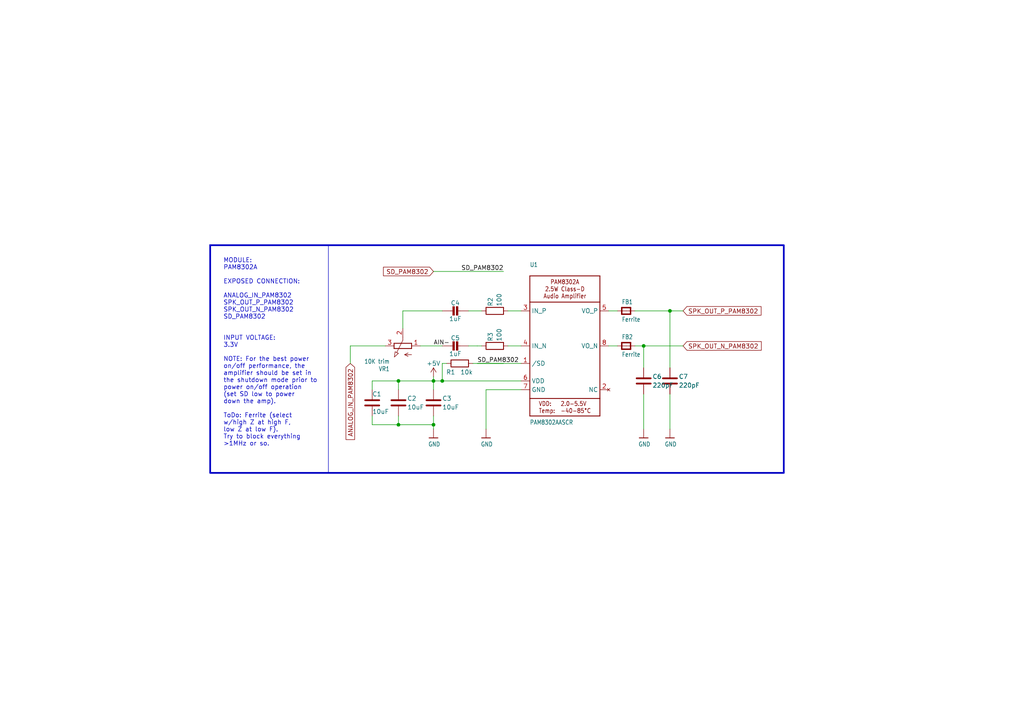
<source format=kicad_sch>
(kicad_sch (version 20230121) (generator eeschema)
  (paper "A4")
  (lib_symbols
    (symbol "Adafruit PAM8302-eagle-import:AUDIOAMP_PAM8302A"
      (property "Reference" "U" (at -10.16 22.86 0))
      (symbol "AUDIOAMP_PAM8302A_1_0"
        (polyline (pts (xy -10.16 -20.32) (xy 10.16 -20.32)) (stroke (width 0.254)))
        (polyline (pts (xy -10.16 -15.24) (xy -10.16 -20.32)) (stroke (width 0.254)))
        (polyline (pts (xy -10.16 -15.24) (xy -10.16 12.7)) (stroke (width 0.254)))
        (polyline (pts (xy -10.16 12.7) (xy -10.16 20.32)) (stroke (width 0.254)))
        (polyline (pts (xy -10.16 12.7) (xy 10.16 12.7)) (stroke (width 0.254)))
        (polyline (pts (xy -10.16 20.32) (xy 10.16 20.32)) (stroke (width 0.254)))
        (polyline (pts (xy 10.16 -20.32) (xy 10.16 -15.24)) (stroke (width 0.254)))
        (polyline (pts (xy 10.16 -15.24) (xy -10.16 -15.24)) (stroke (width 0.254)))
        (polyline (pts (xy 10.16 12.7) (xy 10.16 -15.24)) (stroke (width 0.254)))
        (polyline (pts (xy 10.16 20.32) (xy 10.16 12.7)) (stroke (width 0.254)))
        (text "2.0-5.5V\n-40-85°C" (at -1.27 -17.78 0) (effects (font (size 1.27 1.0795)) (justify left)))
        (text "PAM8302A\n2.5W Class-D\nAudio Amplifier" (at 0 16.51 0) (effects (font (size 1.27 1.0795))))
        (text "VDD:\nTemp:" (at -7.62 -17.78 0) (effects (font (size 1.27 1.0795)) (justify left)))
        (pin input line (at -12.7 -5.08 0) (length 2.54) (name "/SD") (number "1"))
        (pin no_connect line (at 12.7 -12.7 180) (length 2.54) (name "NC") (number "2"))
        (pin input line (at -12.7 10.16 0) (length 2.54) (name "IN_P") (number "3"))
        (pin input line (at -12.7 0 0) (length 2.54) (name "IN_N") (number "4"))
        (pin output line (at 12.7 10.16 180) (length 2.54) (name "VO_P") (number "5"))
        (pin power_in line (at -12.7 -10.16 0) (length 2.54) (name "VDD") (number "6"))
        (pin power_in line (at -12.7 -12.7 0) (length 2.54) (name "GND") (number "7"))
        (pin output line (at 12.7 0 180) (length 2.54) (name "VO_N") (number "8"))
      )
    )
    (symbol "Adafruit PAM8302-eagle-import:CAP_CERAMIC0805-NOOUTLINE"
      (property "Reference" "C" (at -2.29 1.25 90))
      (symbol "CAP_CERAMIC0805-NOOUTLINE_1_0"
        (rectangle (start -1.27 0.508) (end 1.27 1.016) (fill (type outline)))
        (rectangle (start -1.27 1.524) (end 1.27 2.032) (fill (type outline)))
        (polyline (pts (xy 0 0.762) (xy 0 0)) (stroke (width 0.1524)))
        (polyline (pts (xy 0 2.54) (xy 0 1.778)) (stroke (width 0.1524)))
        (pin passive line (at 0 5.08 270) (length 2.54) (name "1") (number "1"))
        (pin passive line (at 0 -2.54 90) (length 2.54) (name "2") (number "2"))
      )
    )
    (symbol "Adafruit PAM8302-eagle-import:FERRITE_0805"
      (property "Reference" "FB" (at -1.27 1.905 0))
      (symbol "FERRITE_0805_1_0"
        (polyline (pts (xy -1.27 -0.9525) (xy -1.27 0.9525)) (stroke (width 0.4064)))
        (polyline (pts (xy -1.27 0.9525) (xy 1.27 0.9525)) (stroke (width 0.4064)))
        (polyline (pts (xy 1.27 -0.9525) (xy -1.27 -0.9525)) (stroke (width 0.4064)))
        (polyline (pts (xy 1.27 0.9525) (xy 1.27 -0.9525)) (stroke (width 0.4064)))
        (pin passive line (at -2.54 0 0) (length 2.54) (name "P$1") (number "1"))
        (pin passive line (at 2.54 0 180) (length 2.54) (name "P$2") (number "2"))
      )
    )
    (symbol "Adafruit PAM8302-eagle-import:GND" (power)
      (property "Value" "GND" (at -1.524 -2.54 0))
      (symbol "GND_1_0"
        (polyline (pts (xy -1.27 0) (xy 1.27 0)) (stroke (width 0.254)))
        (pin power_in line (at 0 2.54 270) (length 2.54) (name "GND") (number "1"))
      )
    )
    (symbol "Adafruit PAM8302-eagle-import:TRIMPOT3303W/X"
      (property "Reference" "VR" (at -5.969 -3.81 90))
      (symbol "TRIMPOT3303W/X_1_0"
        (polyline (pts (xy -3.1989 2.4495) (xy -1.7018 2.2352)) (stroke (width 0.1524)))
        (polyline (pts (xy -2.54 -2.54) (xy -2.54 -0.508)) (stroke (width 0.1524)))
        (polyline (pts (xy -2.54 -0.508) (xy -3.048 -1.524)) (stroke (width 0.1524)))
        (polyline (pts (xy -2.54 -0.508) (xy -2.032 -1.524)) (stroke (width 0.1524)))
        (polyline (pts (xy -2.1597 1.2939) (xy -3.1989 2.4495)) (stroke (width 0.1524)))
        (polyline (pts (xy -2.1597 1.2939) (xy -1.7018 2.2352)) (stroke (width 0.1524)))
        (polyline (pts (xy -0.762 -2.54) (xy 0.762 -2.54)) (stroke (width 0.254)))
        (polyline (pts (xy -0.762 2.54) (xy -0.762 -2.54)) (stroke (width 0.254)))
        (polyline (pts (xy 0.762 -2.54) (xy 0.762 2.54)) (stroke (width 0.254)))
        (polyline (pts (xy 0.762 2.54) (xy -0.762 2.54)) (stroke (width 0.254)))
        (polyline (pts (xy 1.651 0) (xy -1.8796 1.7526)) (stroke (width 0.1524)))
        (polyline (pts (xy 2.54 0) (xy 1.651 0)) (stroke (width 0.1524)))
        (pin passive line (at 0 -5.08 90) (length 2.54) (name "A") (number "1"))
        (pin passive line (at 5.08 0 180) (length 2.54) (name "S") (number "2"))
        (pin passive line (at 0 5.08 270) (length 2.54) (name "E") (number "3"))
      )
    )
    (symbol "Device:C" (pin_numbers hide) (pin_names (offset 0.254))
      (property "Reference" "C" (at 0.635 2.54 0))
      (property "Value" "C" (at 0.635 -2.54 0))
      (symbol "C_0_1"
        (polyline (pts (xy -2.032 -0.762) (xy 2.032 -0.762)) (stroke (width 0.508)))
        (polyline (pts (xy -2.032 0.762) (xy 2.032 0.762)) (stroke (width 0.508)))
      )
      (symbol "C_1_1"
        (pin passive line (at 0 3.81 270) (length 2.794) (name "~") (number "1"))
        (pin passive line (at 0 -3.81 90) (length 2.794) (name "~") (number "2"))
      )
    )
    (symbol "Device:R" (pin_numbers hide) (pin_names (offset 0))
      (property "Reference" "R" (at 2.032 0 90))
      (property "Value" "R" (at 0 0 90))
      (symbol "R_0_1"
        (rectangle (start -1.016 -2.54) (end 1.016 2.54) (stroke (width 0.254)))
      )
      (symbol "R_1_1"
        (pin passive line (at 0 3.81 270) (length 1.27) (name "~") (number "1"))
        (pin passive line (at 0 -3.81 90) (length 1.27) (name "~") (number "2"))
      )
    )
    (symbol "power:+5V" (power) (pin_names (offset 0))
      (property "Value" "+5V" (at 0 3.556 0))
      (symbol "+5V_0_1"
        (polyline (pts (xy -0.762 1.27) (xy 0 2.54)))
        (polyline (pts (xy 0 0) (xy 0 2.54)))
        (polyline (pts (xy 0 2.54) (xy 0.762 1.27)))
      )
      (symbol "+5V_1_1"
        (pin power_in line (at 0 0 90) (length 0) hide (name "+5V") (number "1"))
      )
    )
  )
  (junction (at 125.73 123.19))
  (junction (at 194.31 90.17))
  (junction (at 125.73 110.49))
  (junction (at 186.69 100.33))
  (junction (at 115.57 123.19))
  (junction (at 128.27 110.49))
  (junction (at 115.57 110.49))
  (wire (pts (xy 116.84 90.17) (xy 128.27 90.17)) (stroke (width 0.1524)))
  (wire (pts (xy 135.89 90.17) (xy 139.7 90.17)) (stroke (width 0.1524)))
  (wire (pts (xy 125.73 120.65) (xy 125.73 123.19)) (stroke (width 0.1524)))
  (wire (pts (xy 125.73 123.19) (xy 125.73 124.46)) (stroke (width 0.1524)))
  (wire (pts (xy 138.43 100.33) (xy 135.89 100.33)) (stroke (width 0.1524)))
  (wire (pts (xy 137.16 105.41) (xy 146.05 105.41)))
  (wire (pts (xy 115.57 110.49) (xy 115.57 113.03)))
  (wire (pts (xy 101.6 105.41) (xy 101.6 100.33)))
  (wire (pts (xy 138.43 105.41) (xy 151.13 105.41)) (stroke (width 0.1524)))
  (wire (pts (xy 147.32 100.33) (xy 151.13 100.33)) (stroke (width 0.1524)))
  (wire (pts (xy 184.15 100.33) (xy 186.69 100.33)) (stroke (width 0.1524)))
  (wire (pts (xy 115.57 123.19) (xy 125.73 123.19)))
  (wire (pts (xy 116.84 95.25) (xy 116.84 90.17)) (stroke (width 0.1524)))
  (wire (pts (xy 147.32 90.17) (xy 151.13 90.17)) (stroke (width 0.1524)))
  (wire (pts (xy 115.57 120.65) (xy 115.57 123.19)))
  (wire (pts (xy 128.27 105.41) (xy 129.54 105.41)))
  (wire (pts (xy 128.27 110.49) (xy 125.73 110.49)) (stroke (width 0.1524)))
  (wire (pts (xy 140.97 113.03) (xy 151.13 113.03)) (stroke (width 0.1524)))
  (wire (pts (xy 125.73 110.49) (xy 125.73 109.22)) (stroke (width 0.1524)))
  (wire (pts (xy 186.69 100.33) (xy 198.12 100.33)) (stroke (width 0.1524)))
  (wire (pts (xy 194.31 90.17) (xy 194.31 106.68)) (stroke (width 0.1524)))
  (wire (pts (xy 101.6 100.33) (xy 111.76 100.33)))
  (wire (pts (xy 186.69 114.3) (xy 186.69 124.46)) (stroke (width 0.1524)))
  (wire (pts (xy 186.69 100.33) (xy 186.69 106.68)) (stroke (width 0.1524)))
  (wire (pts (xy 115.57 110.49) (xy 125.73 110.49)) (stroke (width 0.1524)))
  (wire (pts (xy 125.73 78.74) (xy 146.05 78.74)))
  (wire (pts (xy 128.27 100.33) (xy 121.92 100.33)) (stroke (width 0.1524)))
  (wire (pts (xy 125.73 110.49) (xy 125.73 113.03)) (stroke (width 0.1524)))
  (wire (pts (xy 128.27 110.49) (xy 151.13 110.49)) (stroke (width 0.1524)))
  (wire (pts (xy 107.95 110.49) (xy 115.57 110.49)) (stroke (width 0.1524)))
  (wire (pts (xy 184.15 90.17) (xy 194.31 90.17)) (stroke (width 0.1524)))
  (wire (pts (xy 107.95 123.19) (xy 115.57 123.19)))
  (wire (pts (xy 107.95 110.49) (xy 107.95 113.03)) (stroke (width 0.1524)))
  (wire (pts (xy 176.53 90.17) (xy 179.07 90.17)) (stroke (width 0.1524)))
  (wire (pts (xy 176.53 100.33) (xy 179.07 100.33)) (stroke (width 0.1524)))
  (wire (pts (xy 107.95 120.65) (xy 107.95 123.19)))
  (wire (pts (xy 194.31 90.17) (xy 198.12 90.17)) (stroke (width 0.1524)))
  (wire (pts (xy 128.27 105.41) (xy 128.27 110.49)) (stroke (width 0.1524)))
  (wire (pts (xy 194.31 114.3) (xy 194.31 124.46)) (stroke (width 0.1524)))
  (wire (pts (xy 138.43 100.33) (xy 139.7 100.33)))
  (wire (pts (xy 140.97 113.03) (xy 140.97 124.46)) (stroke (width 0.1524)))
  (rectangle (start 60.96 71.12) (end 227.33 137.16) (stroke (width 0.5)))
  (rectangle (start 60.96 71.12) (end 95.25 137.16))
  (text "MODULE:\nPAM8302A\n\nEXPOSED CONNECTION: \n\nANALOG_IN_PAM8302\nSPK_OUT_P_PAM8302\nSPK_OUT_N_PAM8302\nSD_PAM8302\n\n\nINPUT VOLTAGE:\n3.3V\n\nNOTE: For the best power \non/off performance, the \namplifier should be set in \nthe shutdown mode prior to \npower on/off operation\n(set SD low to power \ndown the amp).\n\nToDo: Ferrite (select \nw/high Z at high F,\nlow Z at low F). \nTry to block everything\n>1MHz or so." (at 64.77 129.54 0) (effects (font (size 1.27 1.27)) (justify left bottom)))
  (label "SD_PAM8302" (at 138.43 105.41 0) (effects (font (size 1.2446 1.2446))))
  (label "SD_PAM8302" (at 146.05 78.74 180))
  (label "AIN-" (at 125.73 100.33 0) (effects (font (size 1.2446 1.2446))))
  (global_label "SPK_OUT_N_PAM8302" (shape input) (at 198.12 100.33 0) (property "Intersheetrefs" "${INTERSHEET_REFS}" (effects hide)))
  (global_label "SD_PAM8302" (shape input) (at 125.73 78.74 180) (property "Intersheetrefs" "${INTERSHEET_REFS}" (effects hide)))
  (global_label "ANALOG_IN_PAM8302" (shape input) (at 101.6 105.41 270) (property "Intersheetrefs" "${INTERSHEET_REFS}" (effects hide)))
  (global_label "SPK_OUT_P_PAM8302" (shape input) (at 198.12 90.17 0) (property "Intersheetrefs" "${INTERSHEET_REFS}" (effects hide)))
  (symbol (lib_id "Adafruit PAM8302-eagle-import:TRIMPOT3303W/X") (at 116.84 100.33 90) (unit 1)
    (property "Reference" "VR1" (at 113.03 106.299 90) (effects (font (size 1.27 1.0795)) (justify left bottom)))
    (property "Value" "10K trim" (at 113.03 104.14 90) (effects (font (size 1.27 1.0795)) (justify left bottom)))
    (property "Footprint" "Adafruit PAM8302:TRIMPOT_BOURNS_3303W" (effects hide))
  )
  (symbol (lib_id "Adafruit PAM8302-eagle-import:FERRITE_0805") (at 181.61 100.33 0) (unit 1)
    (property "Reference" "FB2" (at 180.34 98.425 0) (effects (font (size 1.27 1.0795)) (justify left bottom)))
    (property "Value" "Ferrite" (at 180.34 103.505 0) (effects (font (size 1.27 1.0795)) (justify left bottom)))
    (property "Footprint" "Adafruit PAM8302:_0805" (effects hide))
  )
  (symbol (lib_id "Adafruit PAM8302-eagle-import:GND") (at 186.69 127 0) (unit 1)
    (property "Reference" "#U$03" (effects hide))
    (property "Value" "GND" (at 185.166 129.54 0) (effects (font (size 1.27 1.0795)) (justify left bottom)))
  )
  (symbol (lib_id "Adafruit PAM8302-eagle-import:FERRITE_0805") (at 181.61 90.17 0) (unit 1)
    (property "Reference" "FB1" (at 180.34 88.265 0) (effects (font (size 1.27 1.0795)) (justify left bottom)))
    (property "Value" "Ferrite" (at 180.34 93.345 0) (effects (font (size 1.27 1.0795)) (justify left bottom)))
    (property "Footprint" "Adafruit PAM8302:_0805" (effects hide))
  )
  (symbol (lib_id "Adafruit PAM8302-eagle-import:GND") (at 125.73 127 0) (unit 1)
    (property "Reference" "#U$01" (effects hide))
    (property "Value" "GND" (at 124.206 129.54 0) (effects (font (size 1.27 1.0795)) (justify left bottom)))
  )
  (symbol (lib_id "power:+5V") (at 125.73 109.22 0) (unit 1)
    (property "Reference" "#PWR01" (effects hide))
    (property "Value" "+5V" (at 125.73 105.41 0))
  )
  (symbol (lib_id "Device:C") (at 107.95 116.84 0) (unit 1)
    (property "Reference" "C1" (at 107.95 114.3 0) (effects (justify left)))
    (property "Value" "10uF" (at 107.95 119.38 0) (effects (justify left)))
    (property "Footprint" "Capacitor_SMD:C_0402_1005Metric" (effects hide))
  )
  (symbol (lib_id "Device:C") (at 186.69 110.49 0) (unit 1)
    (property "Reference" "C6" (at 189.23 109.22 0) (effects (justify left)))
    (property "Value" "220pF" (at 189.23 111.76 0) (effects (justify left)))
    (property "Footprint" "Capacitor_SMD:C_0402_1005Metric" (effects hide))
  )
  (symbol (lib_id "Device:R") (at 143.51 90.17 90) (unit 1)
    (property "Reference" "R2" (at 142.24 88.9 0) (effects (justify left)))
    (property "Value" "100" (at 144.78 88.9 0) (effects (justify left)))
    (property "Footprint" "Resistor_SMD:R_01005_0402Metric" (effects hide))
  )
  (symbol (lib_id "Device:C") (at 115.57 116.84 0) (unit 1)
    (property "Reference" "C2" (at 118.11 115.57 0) (effects (justify left)))
    (property "Value" "10uF" (at 118.11 118.11 0) (effects (justify left)))
    (property "Footprint" "Capacitor_SMD:C_0402_1005Metric" (effects hide))
  )
  (symbol (lib_id "Adafruit PAM8302-eagle-import:GND") (at 194.31 127 0) (unit 1)
    (property "Reference" "#U$04" (effects hide))
    (property "Value" "GND" (at 192.786 129.54 0) (effects (font (size 1.27 1.0795)) (justify left bottom)))
  )
  (symbol (lib_id "Device:R") (at 143.51 100.33 90) (unit 1)
    (property "Reference" "R3" (at 142.24 99.06 0) (effects (justify left)))
    (property "Value" "100" (at 144.78 99.06 0) (effects (justify left)))
    (property "Footprint" "Resistor_SMD:R_01005_0402Metric" (effects hide))
  )
  (symbol (lib_id "Adafruit PAM8302-eagle-import:GND") (at 140.97 127 0) (unit 1)
    (property "Reference" "#U$02" (effects hide))
    (property "Value" "GND" (at 139.446 129.54 0) (effects (font (size 1.27 1.0795)) (justify left bottom)))
  )
  (symbol (lib_id "Adafruit PAM8302-eagle-import:CAP_CERAMIC0805-NOOUTLINE") (at 130.81 100.33 270) (unit 1)
    (property "Reference" "C5" (at 132.06 98.04 90))
    (property "Value" "1uF" (at 132.06 102.63 90))
    (property "Footprint" "Adafruit PAM8302:0805-NO" (effects hide))
  )
  (symbol (lib_id "Device:C") (at 194.31 110.49 0) (unit 1)
    (property "Reference" "C7" (at 196.85 109.22 0) (effects (justify left)))
    (property "Value" "220pF" (at 196.85 111.76 0) (effects (justify left)))
    (property "Footprint" "Capacitor_SMD:C_0402_1005Metric" (effects hide))
  )
  (symbol (lib_id "Device:R") (at 133.35 105.41 90) (unit 1)
    (property "Reference" "R1" (at 132.08 107.95 90) (effects (justify left)))
    (property "Value" "10k" (at 137.16 107.95 90) (effects (justify left)))
    (property "Footprint" "Resistor_SMD:R_01005_0402Metric" (effects hide))
  )
  (symbol (lib_id "Device:C") (at 125.73 116.84 0) (unit 1)
    (property "Reference" "C3" (at 128.27 115.57 0) (effects (justify left)))
    (property "Value" "10uF" (at 128.27 118.11 0) (effects (justify left)))
    (property "Footprint" "Capacitor_SMD:C_0402_1005Metric" (effects hide))
  )
  (symbol (lib_id "Adafruit PAM8302-eagle-import:CAP_CERAMIC0805-NOOUTLINE") (at 130.81 90.17 270) (unit 1)
    (property "Reference" "C4" (at 132.06 87.88 90))
    (property "Value" "1uF" (at 132.06 92.47 90))
    (property "Footprint" "Adafruit PAM8302:0805-NO" (effects hide))
  )
  (symbol (lib_id "Adafruit PAM8302-eagle-import:AUDIOAMP_PAM8302A") (at 163.83 100.33 0) (unit 1)
    (property "Reference" "U1" (at 153.67 77.47 0) (effects (font (size 1.27 1.0795)) (justify left bottom)))
    (property "Value" "PAM8302AASCR" (at 153.67 123.19 0) (effects (font (size 1.27 1.0795)) (justify left bottom)))
    (property "Footprint" "Adafruit PAM8302:MSOP8_0.65MM" (effects hide))
  )
)
</source>
